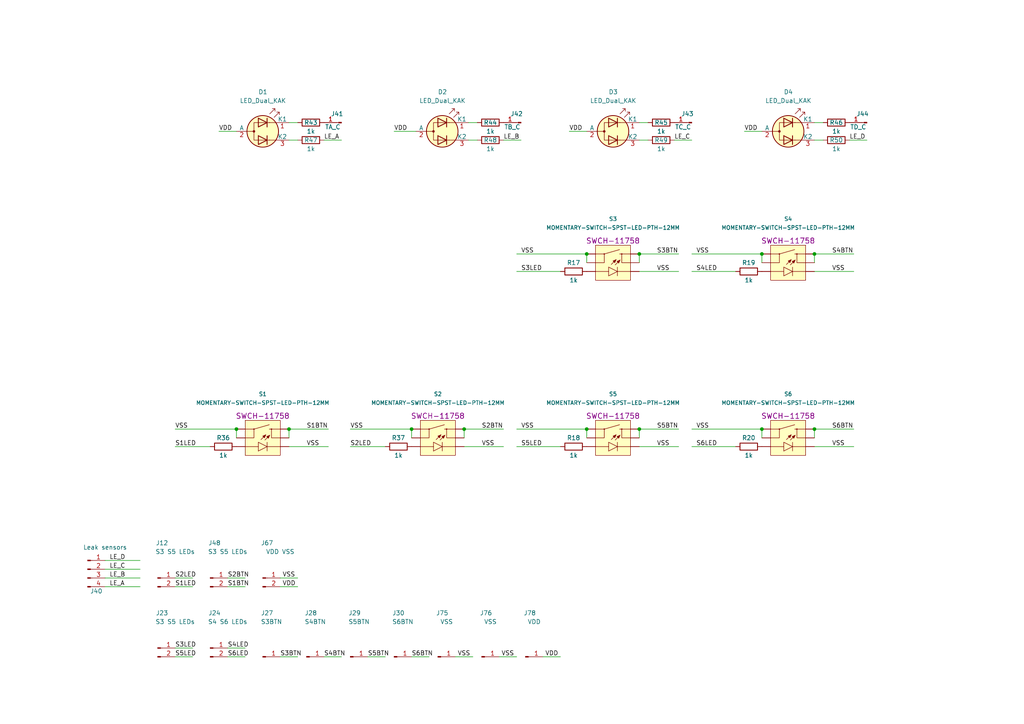
<source format=kicad_sch>
(kicad_sch (version 20211123) (generator eeschema)
  (paper "A4")
  (lib_symbols
    (symbol "Connector:Conn_01x01_Male" (pin_names (offset 1.016) hide)
      (property "Reference" "J" (at 0 2.54 0))
      (property "Value" "Conn_01x01_Male" (at 0 -2.54 0))
      (symbol "Conn_01x01_Male_1_1"
        (polyline (pts (xy 1.27 0) (xy 0.8636 0)) (stroke (width 0.1524)))
        (rectangle (start 0.8636 0.127) (end 0 -0.127) (stroke (width 0.1524)) (fill (type outline)))
        (pin passive line (at 5.08 0 180) (length 3.81) (name "Pin_1") (number "1"))
      )
    )
    (symbol "Connector:Conn_01x02_Male" (pin_names (offset 1.016) hide)
      (property "Reference" "J" (at 0 2.54 0))
      (property "Value" "Conn_01x02_Male" (at 0 -5.08 0))
      (symbol "Conn_01x02_Male_1_1"
        (polyline (pts (xy 1.27 -2.54) (xy 0.8636 -2.54)) (stroke (width 0.1524)))
        (polyline (pts (xy 1.27 0) (xy 0.8636 0)) (stroke (width 0.1524)))
        (rectangle (start 0.8636 -2.413) (end 0 -2.667) (stroke (width 0.1524)) (fill (type outline)))
        (rectangle (start 0.8636 0.127) (end 0 -0.127) (stroke (width 0.1524)) (fill (type outline)))
        (pin passive line (at 5.08 0 180) (length 3.81) (name "Pin_1") (number "1"))
        (pin passive line (at 5.08 -2.54 180) (length 3.81) (name "Pin_2") (number "2"))
      )
    )
    (symbol "Connector:Conn_01x04_Male" (pin_names (offset 1.016) hide)
      (property "Reference" "J" (at 0 5.08 0))
      (property "Value" "Conn_01x04_Male" (at 0 -7.62 0))
      (symbol "Conn_01x04_Male_1_1"
        (polyline (pts (xy 1.27 -5.08) (xy 0.8636 -5.08)) (stroke (width 0.1524)))
        (polyline (pts (xy 1.27 -2.54) (xy 0.8636 -2.54)) (stroke (width 0.1524)))
        (polyline (pts (xy 1.27 0) (xy 0.8636 0)) (stroke (width 0.1524)))
        (polyline (pts (xy 1.27 2.54) (xy 0.8636 2.54)) (stroke (width 0.1524)))
        (rectangle (start 0.8636 -4.953) (end 0 -5.207) (stroke (width 0.1524)) (fill (type outline)))
        (rectangle (start 0.8636 -2.413) (end 0 -2.667) (stroke (width 0.1524)) (fill (type outline)))
        (rectangle (start 0.8636 0.127) (end 0 -0.127) (stroke (width 0.1524)) (fill (type outline)))
        (rectangle (start 0.8636 2.667) (end 0 2.413) (stroke (width 0.1524)) (fill (type outline)))
        (pin passive line (at 5.08 2.54 180) (length 3.81) (name "Pin_1") (number "1"))
        (pin passive line (at 5.08 0 180) (length 3.81) (name "Pin_2") (number "2"))
        (pin passive line (at 5.08 -2.54 180) (length 3.81) (name "Pin_3") (number "3"))
        (pin passive line (at 5.08 -5.08 180) (length 3.81) (name "Pin_4") (number "4"))
      )
    )
    (symbol "Device:LED_Dual_KAK" (pin_names (offset 0))
      (property "Reference" "D" (at 0 5.715 0))
      (property "Value" "LED_Dual_KAK" (at 0 -6.35 0))
      (symbol "LED_Dual_KAK_0_1"
        (circle (center -2.54 0) (radius 0.2794) (fill (type outline)))
        (polyline (pts (xy -4.572 0) (xy -2.54 0)))
        (polyline (pts (xy 1.27 -1.27) (xy 1.27 -3.81)) (stroke (width 0.254)))
        (polyline (pts (xy 1.27 3.81) (xy 1.27 1.27)) (stroke (width 0.254)))
        (polyline (pts (xy 3.81 -2.54) (xy 1.905 -2.54)))
        (polyline (pts (xy 3.81 2.54) (xy 1.905 2.54)))
        (polyline (pts (xy -1.27 -1.27) (xy -1.27 -3.81) (xy 1.27 -2.54) (xy -1.27 -1.27)) (stroke (width 0.254)))
        (polyline (pts (xy -1.27 3.81) (xy -1.27 1.27) (xy 1.27 2.54) (xy -1.27 3.81)) (stroke (width 0.254)))
        (polyline (pts (xy 2.032 2.54) (xy -2.54 2.54) (xy -2.54 -2.54) (xy 2.032 -2.54)))
        (polyline (pts (xy 2.032 5.08) (xy 3.556 6.604) (xy 2.794 6.604) (xy 3.556 6.604) (xy 3.556 5.842)))
        (polyline (pts (xy 3.302 4.064) (xy 4.826 5.588) (xy 4.064 5.588) (xy 4.826 5.588) (xy 4.826 4.826)))
        (circle (center 0 0) (radius 4.572) (stroke (width 0.254)) (fill (type background)))
      )
      (symbol "LED_Dual_KAK_1_1"
        (pin input line (at 7.62 2.54 180) (length 3.81) (name "K1") (number "1"))
        (pin input line (at -7.62 0 0) (length 3.048) (name "A") (number "2"))
        (pin input line (at 7.62 -2.54 180) (length 3.81) (name "K2") (number "3"))
      )
    )
    (symbol "Device:R" (pin_numbers hide) (pin_names (offset 0))
      (property "Reference" "R" (at 2.032 0 90))
      (property "Value" "R" (at 0 0 90))
      (symbol "R_0_1"
        (rectangle (start -1.016 -2.54) (end 1.016 2.54) (stroke (width 0.254)))
      )
      (symbol "R_1_1"
        (pin passive line (at 0 3.81 270) (length 1.27) (name "~") (number "1"))
        (pin passive line (at 0 -3.81 90) (length 1.27) (name "~") (number "2"))
      )
    )
    (symbol "MOMENTARY-SWITCH-SPST-LED-PTH-12MM_1" (pin_numbers hide) (pin_names (offset 1.016) hide)
      (property "Reference" "S" (at -5.08 6.35 0))
      (property "Value" "MOMENTARY-SWITCH-SPST-LED-PTH-12MM_1" (at -5.08 -7.62 0))
      (property "Field4" "SWCH-11758" (at 0 10.16 0))
      (symbol "MOMENTARY-SWITCH-SPST-LED-PTH-12MM_1_1_0"
        (polyline (pts (xy -5.08 -2.54) (xy -1.27 -2.54)))
        (polyline (pts (xy -5.08 2.54) (xy -2.54 2.54)))
        (polyline (pts (xy -2.54 2.54) (xy 1.905 3.81)))
        (polyline (pts (xy -1.27 -3.81) (xy -1.27 -2.54)))
        (polyline (pts (xy -1.27 -3.81) (xy 1.27 -2.54)))
        (polyline (pts (xy -1.27 -2.54) (xy -1.27 -1.27)))
        (polyline (pts (xy -0.508 -0.508) (xy 0.889 0.889)))
        (polyline (pts (xy 0.635 -0.635) (xy 2.032 0.762)))
        (polyline (pts (xy 1.27 -3.81) (xy 1.27 -2.54)))
        (polyline (pts (xy 1.27 -2.54) (xy -1.27 -1.27)))
        (polyline (pts (xy 1.27 -2.54) (xy 1.27 -1.27)))
        (polyline (pts (xy 1.27 -2.54) (xy 5.08 -2.54)))
        (polyline (pts (xy 1.905 2.54) (xy 5.08 2.54)))
      )
      (symbol "MOMENTARY-SWITCH-SPST-LED-PTH-12MM_1_1_1"
        (circle (center -2.54 2.54) (radius 0.127) (fill (type outline)))
        (polyline (pts (xy -5.08 0) (xy -2.54 0) (xy -2.54 2.54)))
        (polyline (pts (xy 2.54 2.54) (xy 2.54 0) (xy 5.08 0) (xy 4.445 0)))
        (polyline (pts (xy 0.889 0.889) (xy 0 0.508) (xy 0 0.508) (xy 0.508 0) (xy 0.508 0) (xy 0.889 0.889)) (fill (type outline)))
        (polyline (pts (xy 2.032 0.762) (xy 1.143 0.381) (xy 1.143 0.381) (xy 1.651 -0.127) (xy 1.651 -0.127) (xy 2.032 0.762)) (fill (type outline)))
        (polyline (pts (xy -5.08 5.08) (xy -5.08 2.54) (xy -5.08 -2.54) (xy -5.08 -5.08) (xy 5.08 -5.08) (xy 5.08 -2.54) (xy 5.08 2.54) (xy 5.08 5.08) (xy -5.08 5.08)) (fill (type background)))
        (circle (center 2.54 2.54) (radius 0.127) (fill (type outline)))
        (pin passive line (at 7.62 2.54 180) (length 2.54) (name "1") (number "1"))
        (pin passive line (at 7.62 0 180) (length 2.54) (name "2") (number "2"))
        (pin passive line (at -7.62 2.54 0) (length 2.54) (name "3") (number "3"))
        (pin passive line (at -7.62 0 0) (length 2.54) (name "1") (number "4"))
        (pin passive line (at -7.62 -2.54 0) (length 2.54) (name "A") (number "A"))
        (pin passive line (at 7.62 -2.54 180) (length 2.54) (name "C") (number "C"))
      )
    )
  )
  (junction (at 83.82 124.46))
  (junction (at 185.42 73.66))
  (junction (at 170.18 73.66))
  (junction (at 68.58 124.46))
  (junction (at 220.98 73.66))
  (junction (at 170.18 124.46))
  (junction (at 220.98 124.46))
  (junction (at 134.62 124.46))
  (junction (at 236.22 73.66))
  (junction (at 236.22 124.46))
  (junction (at 185.42 124.46))
  (junction (at 119.38 124.46))
  (wire (pts (xy 63.5 38.1) (xy 68.58 38.1)))
  (wire (pts (xy 30.48 167.64) (xy 40.64 167.64)))
  (wire (pts (xy 66.04 167.64) (xy 71.12 167.64)))
  (wire (pts (xy 200.66 124.46) (xy 220.98 124.46)))
  (wire (pts (xy 81.28 190.5) (xy 86.36 190.5)))
  (wire (pts (xy 66.04 170.18) (xy 71.12 170.18)))
  (wire (pts (xy 185.42 78.74) (xy 196.85 78.74)))
  (wire (pts (xy 68.58 124.46) (xy 68.58 127)))
  (wire (pts (xy 66.04 187.96) (xy 71.12 187.96)))
  (wire (pts (xy 81.28 167.64) (xy 86.36 167.64)))
  (wire (pts (xy 135.89 35.56) (xy 138.43 35.56)))
  (wire (pts (xy 50.8 190.5) (xy 55.88 190.5)))
  (wire (pts (xy 119.38 124.46) (xy 119.38 127)))
  (wire (pts (xy 134.62 124.46) (xy 134.62 127)))
  (wire (pts (xy 30.48 170.18) (xy 40.64 170.18)))
  (wire (pts (xy 30.48 165.1) (xy 40.64 165.1)))
  (wire (pts (xy 101.6 124.46) (xy 119.38 124.46)))
  (wire (pts (xy 220.98 73.66) (xy 220.98 76.2)))
  (wire (pts (xy 83.82 129.54) (xy 95.25 129.54)))
  (wire (pts (xy 185.42 124.46) (xy 196.85 124.46)))
  (wire (pts (xy 185.42 40.64) (xy 187.96 40.64)))
  (wire (pts (xy 106.68 190.5) (xy 111.76 190.5)))
  (wire (pts (xy 144.78 190.5) (xy 149.86 190.5)))
  (wire (pts (xy 30.48 162.56) (xy 40.64 162.56)))
  (wire (pts (xy 215.9 38.1) (xy 220.98 38.1)))
  (wire (pts (xy 50.8 170.18) (xy 55.88 170.18)))
  (wire (pts (xy 200.66 78.74) (xy 213.36 78.74)))
  (wire (pts (xy 135.89 40.64) (xy 138.43 40.64)))
  (wire (pts (xy 236.22 124.46) (xy 236.22 127)))
  (wire (pts (xy 236.22 73.66) (xy 236.22 76.2)))
  (wire (pts (xy 81.28 170.18) (xy 86.36 170.18)))
  (wire (pts (xy 149.86 124.46) (xy 170.18 124.46)))
  (wire (pts (xy 93.98 190.5) (xy 99.06 190.5)))
  (wire (pts (xy 101.6 129.54) (xy 111.76 129.54)))
  (wire (pts (xy 50.8 124.46) (xy 68.58 124.46)))
  (wire (pts (xy 185.42 73.66) (xy 196.85 73.66)))
  (wire (pts (xy 236.22 73.66) (xy 247.65 73.66)))
  (wire (pts (xy 50.8 167.64) (xy 55.88 167.64)))
  (wire (pts (xy 185.42 129.54) (xy 196.85 129.54)))
  (wire (pts (xy 149.86 129.54) (xy 162.56 129.54)))
  (wire (pts (xy 157.48 190.5) (xy 162.56 190.5)))
  (wire (pts (xy 236.22 35.56) (xy 238.76 35.56)))
  (wire (pts (xy 134.62 124.46) (xy 146.05 124.46)))
  (wire (pts (xy 170.18 124.46) (xy 170.18 127)))
  (wire (pts (xy 114.3 38.1) (xy 120.65 38.1)))
  (wire (pts (xy 165.1 38.1) (xy 170.18 38.1)))
  (wire (pts (xy 66.04 190.5) (xy 71.12 190.5)))
  (wire (pts (xy 83.82 124.46) (xy 95.25 124.46)))
  (wire (pts (xy 132.08 190.5) (xy 137.16 190.5)))
  (wire (pts (xy 236.22 40.64) (xy 238.76 40.64)))
  (wire (pts (xy 93.98 40.64) (xy 99.06 40.64)))
  (wire (pts (xy 185.42 124.46) (xy 185.42 127)))
  (wire (pts (xy 195.58 40.64) (xy 200.66 40.64)))
  (wire (pts (xy 246.38 40.64) (xy 251.46 40.64)))
  (wire (pts (xy 185.42 73.66) (xy 185.42 76.2)))
  (wire (pts (xy 83.82 124.46) (xy 83.82 127)))
  (wire (pts (xy 119.38 190.5) (xy 124.46 190.5)))
  (wire (pts (xy 146.05 40.64) (xy 151.13 40.64)))
  (wire (pts (xy 236.22 129.54) (xy 247.65 129.54)))
  (wire (pts (xy 200.66 129.54) (xy 213.36 129.54)))
  (wire (pts (xy 185.42 35.56) (xy 187.96 35.56)))
  (wire (pts (xy 200.66 73.66) (xy 220.98 73.66)))
  (wire (pts (xy 83.82 35.56) (xy 86.36 35.56)))
  (wire (pts (xy 149.86 78.74) (xy 162.56 78.74)))
  (wire (pts (xy 149.86 73.66) (xy 170.18 73.66)))
  (wire (pts (xy 50.8 187.96) (xy 55.88 187.96)))
  (wire (pts (xy 170.18 73.66) (xy 170.18 76.2)))
  (wire (pts (xy 236.22 124.46) (xy 247.65 124.46)))
  (wire (pts (xy 220.98 124.46) (xy 220.98 127)))
  (wire (pts (xy 236.22 78.74) (xy 247.65 78.74)))
  (wire (pts (xy 50.8 129.54) (xy 60.96 129.54)))
  (wire (pts (xy 134.62 129.54) (xy 146.05 129.54)))
  (wire (pts (xy 83.82 40.64) (xy 86.36 40.64)))
  (label "S3BTN" (at 190.5 73.66 0))
  (label "VSS" (at 190.5 78.74 0))
  (label "VSS" (at 139.7 129.54 0))
  (label "LE_A" (at 93.98 40.64 0))
  (label "S4BTN" (at 93.98 190.5 0))
  (label "S3BTN" (at 81.28 190.5 0))
  (label "S6LED" (at 66.04 190.5 0))
  (label "LE_B" (at 146.05 40.64 0))
  (label "VSS" (at 132.715 190.5 0))
  (label "VSS" (at 241.3 129.54 0))
  (label "VDD" (at 81.915 170.18 0))
  (label "S5BTN" (at 190.5 124.46 0))
  (label "VSS" (at 50.8 124.46 0))
  (label "VSS" (at 151.13 73.66 0))
  (label "S5BTN" (at 106.68 190.5 0))
  (label "VSS" (at 101.6 124.46 0))
  (label "LE_B" (at 31.75 167.64 0))
  (label "S1BTN" (at 66.04 170.18 0))
  (label "VDD" (at 158.115 190.5 0))
  (label "S1LED" (at 50.8 170.18 0))
  (label "VDD" (at 165.1 38.1 0))
  (label "S2LED" (at 50.8 167.64 0))
  (label "S2LED" (at 101.6 129.54 0))
  (label "VSS" (at 88.9 129.54 0))
  (label "VSS" (at 201.93 73.66 0))
  (label "VDD" (at 215.9 38.1 0))
  (label "LE_C" (at 195.58 40.64 0))
  (label "S4BTN" (at 241.3 73.66 0))
  (label "VSS" (at 151.13 124.46 0))
  (label "S1BTN" (at 88.9 124.46 0))
  (label "LE_D" (at 246.38 40.64 0))
  (label "S5LED" (at 151.13 129.54 0))
  (label "S2BTN" (at 139.7 124.46 0))
  (label "VDD" (at 63.5 38.1 0))
  (label "LE_D" (at 31.75 162.56 0))
  (label "S6LED" (at 201.93 129.54 0))
  (label "VSS" (at 201.93 124.46 0))
  (label "S4LED" (at 201.93 78.74 0))
  (label "S6BTN" (at 241.3 124.46 0))
  (label "LE_A" (at 31.75 170.18 0))
  (label "VSS" (at 190.5 129.54 0))
  (label "S3LED" (at 50.8 187.96 0))
  (label "VSS" (at 81.915 167.64 0))
  (label "S1LED" (at 50.8 129.54 0))
  (label "VSS" (at 145.415 190.5 0))
  (label "VDD" (at 114.3 38.1 0))
  (label "LE_C" (at 31.75 165.1 0))
  (label "S3LED" (at 151.13 78.74 0))
  (label "S4LED" (at 66.04 187.96 0))
  (label "S6BTN" (at 119.38 190.5 0))
  (label "S2BTN" (at 66.04 167.64 0))
  (label "VSS" (at 241.3 78.74 0))
  (label "S5LED" (at 50.8 190.5 0))
  (symbol (lib_id "Connector:Conn_01x02_Male") (at 60.96 187.96 0) (unit 1)
    (property "Reference" "J24" (at 62.23 177.8 0))
    (property "Value" "S4 S6 LEDs" (at 66.04 180.34 0))
    (property "Footprint" "Connector_PinHeader_2.54mm:PinHeader_1x02_P2.54mm_Vertical" (effects hide))
  )
  (symbol (lib_id "Device:R") (at 242.57 40.64 90) (unit 1)
    (property "Reference" "R50" (at 242.57 40.64 90))
    (property "Value" "1k" (at 242.57 43.18 90))
    (property "Footprint" "Resistor_SMD:R_0805_2012Metric" (effects hide))
  )
  (symbol (lib_id "Connector:Conn_01x04_Male") (at 25.4 165.1 0) (unit 1)
    (property "Reference" "J40" (at 27.94 171.45 0))
    (property "Value" "Leak sensors" (at 30.48 158.75 0))
    (property "Footprint" "Connector_PinHeader_2.54mm:PinHeader_1x04_P2.54mm_Vertical" (effects hide))
  )
  (symbol (lib_id "Connector:Conn_01x01_Male") (at 152.4 190.5 0) (unit 1)
    (property "Reference" "J78" (at 153.67 177.8 0))
    (property "Value" "VDD" (at 154.94 180.34 0))
    (property "Footprint" "Connector_PinHeader_2.54mm:PinHeader_1x01_P2.54mm_Vertical" (effects hide))
  )
  (symbol (lib_id "Device:R") (at 242.57 35.56 90) (unit 1)
    (property "Reference" "R46" (at 242.57 35.56 90))
    (property "Value" "1k" (at 242.57 38.1 90))
    (property "Footprint" "Resistor_SMD:R_0805_2012Metric" (effects hide))
  )
  (symbol (lib_id "Connector:Conn_01x01_Male") (at 99.06 35.56 180) (unit 1)
    (property "Reference" "J41" (at 97.79 33.02 0))
    (property "Value" "TA_C" (at 96.52 36.83 0))
    (property "Footprint" "Connector_PinHeader_2.54mm:PinHeader_1x01_P2.54mm_Vertical" (effects hide))
  )
  (symbol (lib_id "Connector:Conn_01x01_Male") (at 139.7 190.5 0) (unit 1)
    (property "Reference" "J76" (at 140.97 177.8 0))
    (property "Value" "VSS" (at 142.24 180.34 0))
    (property "Footprint" "Connector_PinHeader_2.54mm:PinHeader_1x01_P2.54mm_Vertical" (effects hide))
  )
  (symbol (lib_id "Connector:Conn_01x01_Male") (at 251.46 35.56 180) (unit 1)
    (property "Reference" "J44" (at 250.19 33.02 0))
    (property "Value" "TD_C" (at 248.92 36.83 0))
    (property "Footprint" "Connector_PinHeader_2.54mm:PinHeader_1x01_P2.54mm_Vertical" (effects hide))
  )
  (symbol (lib_id "Connector:Conn_01x02_Male") (at 45.72 187.96 0) (unit 1)
    (property "Reference" "J23" (at 46.99 177.8 0))
    (property "Value" "S3 S5 LEDs" (at 50.8 180.34 0))
    (property "Footprint" "Connector_PinHeader_2.54mm:PinHeader_1x02_P2.54mm_Vertical" (effects hide))
  )
  (symbol (lib_id "Connector:Conn_01x01_Male") (at 127 190.5 0) (unit 1)
    (property "Reference" "J75" (at 128.27 177.8 0))
    (property "Value" "VSS" (at 129.54 180.34 0))
    (property "Footprint" "Connector_PinHeader_2.54mm:PinHeader_1x01_P2.54mm_Vertical" (effects hide))
  )
  (symbol (lib_id "Device:R") (at 191.77 35.56 90) (unit 1)
    (property "Reference" "R45" (at 191.77 35.56 90))
    (property "Value" "1k" (at 191.77 38.1 90))
    (property "Footprint" "Resistor_SMD:R_0805_2012Metric" (effects hide))
  )
  (symbol (lib_name "MOMENTARY-SWITCH-SPST-LED-PTH-12MM_1") (lib_id "SparkFun-Switches:MOMENTARY-SWITCH-SPST-LED-PTH-12MM") (at 177.8 127 0) (unit 1)
    (property "Reference" "S5" (at 177.8 114.3 0) (effects (font (size 1.143 1.143))))
    (property "Value" "MOMENTARY-SWITCH-SPST-LED-PTH-12MM" (at 177.8 116.84 0) (effects (font (size 1.143 1.143))))
    (property "Footprint" "mod:TACTILE_SWITCH_LED_PTH_12MM" (effects hide))
    (property "Field4" "SWCH-11758" (at 177.8 120.65 0) (effects (font (size 1.524 1.524))))
  )
  (symbol (lib_id "Connector:Conn_01x02_Male") (at 45.72 167.64 0) (unit 1)
    (property "Reference" "J12" (at 46.99 157.48 0))
    (property "Value" "S3 S5 LEDs" (at 50.8 160.02 0))
    (property "Footprint" "Connector_PinHeader_2.54mm:PinHeader_1x02_P2.54mm_Vertical" (effects hide))
  )
  (symbol (lib_id "Device:LED_Dual_KAK") (at 128.27 38.1 0) (unit 1)
    (property "Reference" "D2" (at 128.3335 26.67 0))
    (property "Value" "LED_Dual_KAK" (at 128.3335 29.21 0))
    (property "Footprint" "LED_THT:LED_Rectangular_W5.0mm_H2.0mm-3Pins" (effects hide))
  )
  (symbol (lib_name "MOMENTARY-SWITCH-SPST-LED-PTH-12MM_1") (lib_id "SparkFun-Switches:MOMENTARY-SWITCH-SPST-LED-PTH-12MM") (at 228.6 127 0) (unit 1)
    (property "Reference" "S6" (at 228.6 114.3 0) (effects (font (size 1.143 1.143))))
    (property "Value" "MOMENTARY-SWITCH-SPST-LED-PTH-12MM" (at 228.6 116.84 0) (effects (font (size 1.143 1.143))))
    (property "Footprint" "mod:TACTILE_SWITCH_LED_PTH_12MM" (effects hide))
    (property "Field4" "SWCH-11758" (at 228.6 120.65 0) (effects (font (size 1.524 1.524))))
  )
  (symbol (lib_id "Device:R") (at 217.17 129.54 90) (unit 1)
    (property "Reference" "R20" (at 217.17 127 90))
    (property "Value" "1k" (at 217.17 132.08 90))
    (property "Footprint" "Resistor_SMD:R_0805_2012Metric" (effects hide))
  )
  (symbol (lib_id "Device:R") (at 217.17 78.74 90) (unit 1)
    (property "Reference" "R19" (at 217.17 76.2 90))
    (property "Value" "1k" (at 217.17 81.28 90))
    (property "Footprint" "Resistor_SMD:R_0805_2012Metric" (effects hide))
  )
  (symbol (lib_id "Device:R") (at 90.17 40.64 90) (unit 1)
    (property "Reference" "R47" (at 90.17 40.64 90))
    (property "Value" "1k" (at 90.17 43.18 90))
    (property "Footprint" "Resistor_SMD:R_0805_2012Metric" (effects hide))
  )
  (symbol (lib_name "MOMENTARY-SWITCH-SPST-LED-PTH-12MM_1") (lib_id "SparkFun-Switches:MOMENTARY-SWITCH-SPST-LED-PTH-12MM") (at 76.2 127 0) (unit 1)
    (property "Reference" "S1" (at 76.2 114.3 0) (effects (font (size 1.143 1.143))))
    (property "Value" "MOMENTARY-SWITCH-SPST-LED-PTH-12MM" (at 76.2 116.84 0) (effects (font (size 1.143 1.143))))
    (property "Footprint" "mod:TACTILE_SWITCH_LED_PTH_12MM" (effects hide))
    (property "Field4" "SWCH-11758" (at 76.2 120.65 0) (effects (font (size 1.524 1.524))))
  )
  (symbol (lib_id "Device:LED_Dual_KAK") (at 177.8 38.1 0) (unit 1)
    (property "Reference" "D3" (at 177.8635 26.67 0))
    (property "Value" "LED_Dual_KAK" (at 177.8635 29.21 0))
    (property "Footprint" "LED_THT:LED_Rectangular_W5.0mm_H2.0mm-3Pins" (effects hide))
  )
  (symbol (lib_id "Device:R") (at 166.37 129.54 90) (unit 1)
    (property "Reference" "R18" (at 166.37 127 90))
    (property "Value" "1k" (at 166.37 132.08 90))
    (property "Footprint" "Resistor_SMD:R_0805_2012Metric" (effects hide))
  )
  (symbol (lib_id "Device:LED_Dual_KAK") (at 76.2 38.1 0) (unit 1)
    (property "Reference" "D1" (at 76.2635 26.67 0))
    (property "Value" "LED_Dual_KAK" (at 76.2635 29.21 0))
    (property "Footprint" "LED_THT:LED_Rectangular_W5.0mm_H2.0mm-3Pins" (effects hide))
  )
  (symbol (lib_id "Connector:Conn_01x02_Male") (at 76.2 167.64 0) (unit 1)
    (property "Reference" "J67" (at 77.47 157.48 0))
    (property "Value" "VDD VSS" (at 81.28 160.02 0))
    (property "Footprint" "Connector_PinHeader_2.54mm:PinHeader_1x02_P2.54mm_Vertical" (effects hide))
  )
  (symbol (lib_id "Device:R") (at 166.37 78.74 90) (unit 1)
    (property "Reference" "R17" (at 166.37 76.2 90))
    (property "Value" "1k" (at 166.37 81.28 90))
    (property "Footprint" "Resistor_SMD:R_0805_2012Metric" (effects hide))
  )
  (symbol (lib_id "Connector:Conn_01x01_Male") (at 114.3 190.5 0) (unit 1)
    (property "Reference" "J30" (at 115.57 177.8 0))
    (property "Value" "S6BTN" (at 116.84 180.34 0))
    (property "Footprint" "Connector_PinHeader_2.54mm:PinHeader_1x01_P2.54mm_Vertical" (effects hide))
  )
  (symbol (lib_id "Device:R") (at 115.57 129.54 90) (unit 1)
    (property "Reference" "R37" (at 115.57 127 90))
    (property "Value" "1k" (at 115.57 132.08 90))
    (property "Footprint" "Resistor_SMD:R_0805_2012Metric" (effects hide))
  )
  (symbol (lib_id "Device:R") (at 191.77 40.64 90) (unit 1)
    (property "Reference" "R49" (at 191.77 40.64 90))
    (property "Value" "1k" (at 191.77 43.18 90))
    (property "Footprint" "Resistor_SMD:R_0805_2012Metric" (effects hide))
  )
  (symbol (lib_id "Connector:Conn_01x01_Male") (at 88.9 190.5 0) (unit 1)
    (property "Reference" "J28" (at 90.17 177.8 0))
    (property "Value" "S4BTN" (at 91.44 180.34 0))
    (property "Footprint" "Connector_PinHeader_2.54mm:PinHeader_1x01_P2.54mm_Vertical" (effects hide))
  )
  (symbol (lib_name "MOMENTARY-SWITCH-SPST-LED-PTH-12MM_1") (lib_id "SparkFun-Switches:MOMENTARY-SWITCH-SPST-LED-PTH-12MM") (at 177.8 76.2 0) (unit 1)
    (property "Reference" "S3" (at 177.8 63.5 0) (effects (font (size 1.143 1.143))))
    (property "Value" "MOMENTARY-SWITCH-SPST-LED-PTH-12MM" (at 177.8 66.04 0) (effects (font (size 1.143 1.143))))
    (property "Footprint" "mod:TACTILE_SWITCH_LED_PTH_12MM" (effects hide))
    (property "Field4" "SWCH-11758" (at 177.8 69.85 0) (effects (font (size 1.524 1.524))))
  )
  (symbol (lib_id "Device:R") (at 142.24 40.64 90) (unit 1)
    (property "Reference" "R48" (at 142.24 40.64 90))
    (property "Value" "1k" (at 142.24 43.18 90))
    (property "Footprint" "Resistor_SMD:R_0805_2012Metric" (effects hide))
  )
  (symbol (lib_id "Connector:Conn_01x01_Male") (at 151.13 35.56 180) (unit 1)
    (property "Reference" "J42" (at 149.86 33.02 0))
    (property "Value" "TB_C" (at 148.59 36.83 0))
    (property "Footprint" "Connector_PinHeader_2.54mm:PinHeader_1x01_P2.54mm_Vertical" (effects hide))
  )
  (symbol (lib_id "Device:R") (at 90.17 35.56 90) (unit 1)
    (property "Reference" "R43" (at 90.17 35.56 90))
    (property "Value" "1k" (at 90.17 38.1 90))
    (property "Footprint" "Resistor_SMD:R_0805_2012Metric" (effects hide))
  )
  (symbol (lib_id "Device:R") (at 64.77 129.54 90) (unit 1)
    (property "Reference" "R36" (at 64.77 127 90))
    (property "Value" "1k" (at 64.77 132.08 90))
    (property "Footprint" "Resistor_SMD:R_0805_2012Metric" (effects hide))
  )
  (symbol (lib_id "Connector:Conn_01x01_Male") (at 76.2 190.5 0) (unit 1)
    (property "Reference" "J27" (at 77.47 177.8 0))
    (property "Value" "S3BTN" (at 78.74 180.34 0))
    (property "Footprint" "Connector_PinHeader_2.54mm:PinHeader_1x01_P2.54mm_Vertical" (effects hide))
  )
  (symbol (lib_id "Device:R") (at 142.24 35.56 90) (unit 1)
    (property "Reference" "R44" (at 142.24 35.56 90))
    (property "Value" "1k" (at 142.24 38.1 90))
    (property "Footprint" "Resistor_SMD:R_0805_2012Metric" (effects hide))
  )
  (symbol (lib_id "Connector:Conn_01x01_Male") (at 101.6 190.5 0) (unit 1)
    (property "Reference" "J29" (at 102.87 177.8 0))
    (property "Value" "S5BTN" (at 104.14 180.34 0))
    (property "Footprint" "Connector_PinHeader_2.54mm:PinHeader_1x01_P2.54mm_Vertical" (effects hide))
  )
  (symbol (lib_name "MOMENTARY-SWITCH-SPST-LED-PTH-12MM_1") (lib_id "SparkFun-Switches:MOMENTARY-SWITCH-SPST-LED-PTH-12MM") (at 228.6 76.2 0) (unit 1)
    (property "Reference" "S4" (at 228.6 63.5 0) (effects (font (size 1.143 1.143))))
    (property "Value" "MOMENTARY-SWITCH-SPST-LED-PTH-12MM" (at 228.6 66.04 0) (effects (font (size 1.143 1.143))))
    (property "Footprint" "mod:TACTILE_SWITCH_LED_PTH_12MM" (effects hide))
    (property "Field4" "SWCH-11758" (at 228.6 69.85 0) (effects (font (size 1.524 1.524))))
  )
  (symbol (lib_id "Connector:Conn_01x02_Male") (at 60.96 167.64 0) (unit 1)
    (property "Reference" "J48" (at 62.23 157.48 0))
    (property "Value" "S3 S5 LEDs" (at 66.04 160.02 0))
    (property "Footprint" "Connector_PinHeader_2.54mm:PinHeader_1x02_P2.54mm_Vertical" (effects hide))
  )
  (symbol (lib_id "Device:LED_Dual_KAK") (at 228.6 38.1 0) (unit 1)
    (property "Reference" "D4" (at 228.6635 26.67 0))
    (property "Value" "LED_Dual_KAK" (at 228.6635 29.21 0))
    (property "Footprint" "LED_THT:LED_Rectangular_W5.0mm_H2.0mm-3Pins" (effects hide))
  )
  (symbol (lib_name "MOMENTARY-SWITCH-SPST-LED-PTH-12MM_1") (lib_id "SparkFun-Switches:MOMENTARY-SWITCH-SPST-LED-PTH-12MM") (at 127 127 0) (unit 1)
    (property "Reference" "S2" (at 127 114.3 0) (effects (font (size 1.143 1.143))))
    (property "Value" "MOMENTARY-SWITCH-SPST-LED-PTH-12MM" (at 127 116.84 0) (effects (font (size 1.143 1.143))))
    (property "Footprint" "mod:TACTILE_SWITCH_LED_PTH_12MM" (effects hide))
    (property "Field4" "SWCH-11758" (at 127 120.65 0) (effects (font (size 1.524 1.524))))
  )
  (symbol (lib_id "Connector:Conn_01x01_Male") (at 200.66 35.56 180) (unit 1)
    (property "Reference" "J43" (at 199.39 33.02 0))
    (property "Value" "TC_C" (at 198.12 36.83 0))
    (property "Footprint" "Connector_PinHeader_2.54mm:PinHeader_1x01_P2.54mm_Vertical" (effects hide))
  )
)
</source>
